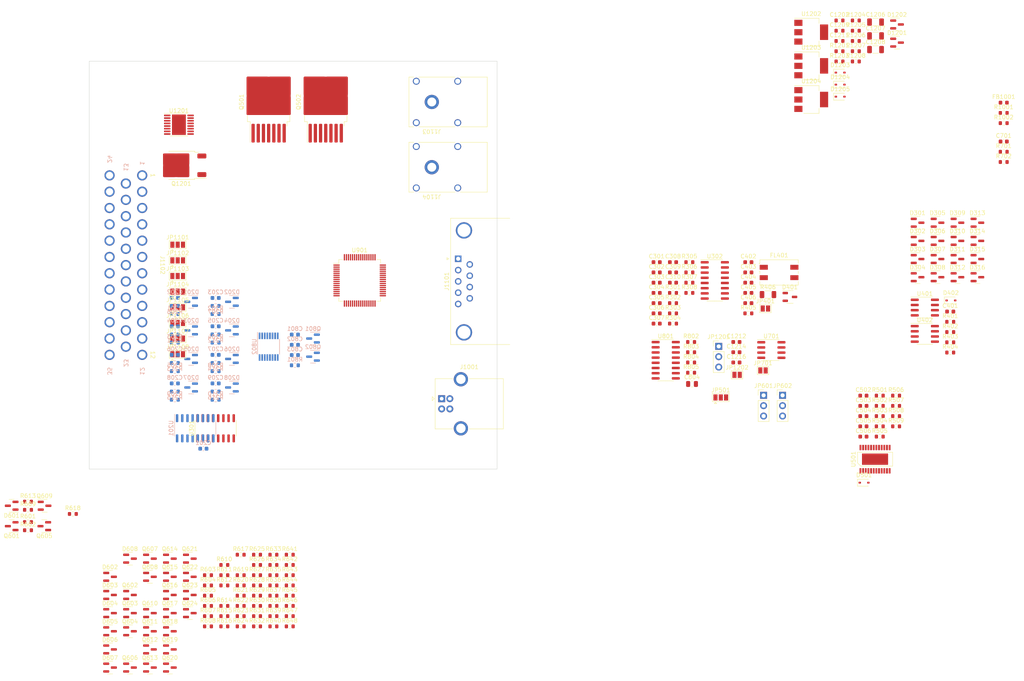
<source format=kicad_pcb>
(kicad_pcb (version 20221018) (generator pcbnew)
  (layers (0 "F.Cu" signal) (1 "In1.Cu" signal) (2 "In2.Cu" signal) (31 "B.Cu" signal) (34 "B.Paste" user) (35 "F.Paste" user) (36 "B.SilkS" user "B.Silkscreen") (37 "F.SilkS" user "F.Silkscreen") (38 "B.Mask" user) (39 "F.Mask" user) (44 "Edge.Cuts" user))
  (net 0 "")
  (net 1 "+5VA")
  (net 2 "GND")
  (net 3 "/ADC/A_In_filt_00")
  (net 4 "/ADC/A_In_filt_01")
  (net 5 "/ADC/A_In_filt_02")
  (net 6 "/ADC/A_In_filt_03")
  (net 7 "/ADC/A_In_filt_04")
  (net 8 "/ADC/A_In_filt_05")
  (net 9 "/ADC/A_In_filt_06")
  (net 10 "/ADC/A_In_filt_07")
  (net 11 "Net-(C401-Pad1)")
  (net 12 "D_Out_0")
  (net 13 "Net-(Q501-SR)")
  (net 14 "D_Out_1")
  (net 15 "Net-(Q502-SR)")
  (net 16 "D_Out_2")
  (net 17 "+3V3")
  (net 18 "/Power Supply/6V_Buck")
  (net 19 "Net-(U1201-FB)")
  (net 20 "VIN")
  (net 21 "Net-(U1201-BIAS)")
  (net 22 "/Digital Inputs/D_In_0_pullup")
  (net 23 "D_Out_3")
  (net 24 "/Digital Inputs/D_In_1_pullup")
  (net 25 "D_Out_4")
  (net 26 "/Digital Inputs/D_In_2_pullup")
  (net 27 "D_Out_5")
  (net 28 "/Digital Inputs/D_In_0_filt")
  (net 29 "/Digital Inputs/D_In_1_filt")
  (net 30 "/Digital Inputs/D_In_2_filt")
  (net 31 "/Digital Inputs/D_In_3_pullup")
  (net 32 "D_Out_6")
  (net 33 "/Digital Inputs/D_In_4_pullup")
  (net 34 "D_Out_7")
  (net 35 "/Digital Inputs/D_In_5_pullup")
  (net 36 "CAN_L")
  (net 37 "/Digital Inputs/D_In_3_filt")
  (net 38 "/Digital Inputs/D_In_4_filt")
  (net 39 "/Digital Inputs/D_In_5_filt")
  (net 40 "/Digital Inputs/D_In_6_pullup")
  (net 41 "LIN")
  (net 42 "/Digital Inputs/D_In_7_pullup")
  (net 43 "CAN_H")
  (net 44 "/Digital Inputs/D_In_6_filt")
  (net 45 "/Digital Inputs/D_In_7_filt")
  (net 46 "Net-(D402-K)")
  (net 47 "Vdrive")
  (net 50 "Net-(D601-Pad1)")
  (net 51 "Net-(D601-Pad2)")
  (net 52 "Half0_OUT")
  (net 53 "Net-(D602-Pad1)")
  (net 54 "Net-(D602-Pad2)")
  (net 55 "Half1_OUT")
  (net 56 "Net-(D603-Pad1)")
  (net 57 "Net-(D603-Pad2)")
  (net 58 "1A_Out0")
  (net 59 "Net-(D604-Pad1)")
  (net 60 "Net-(D604-Pad2)")
  (net 61 "1A_Out1")
  (net 62 "Net-(D605-Pad1)")
  (net 63 "Net-(D605-Pad2)")
  (net 64 "1A_Out2")
  (net 65 "Net-(D606-Pad1)")
  (net 66 "Net-(D606-Pad2)")
  (net 67 "1A_Out3")
  (net 68 "Net-(D607-Pad1)")
  (net 69 "Net-(D607-Pad2)")
  (net 70 "/Digital Outputs/D_Out_3V3_0")
  (net 71 "Net-(D608-Pad1)")
  (net 72 "Net-(D608-Pad2)")
  (net 73 "/Digital Outputs/D_Out_3V3_1")
  (net 74 "+3.3V")
  (net 75 "/Digital Outputs/D_Out_3V3_2")
  (net 76 "+5V")
  (net 77 "Net-(D1203-A)")
  (net 78 "Net-(D1204-K)")
  (net 79 "Net-(D1204-A)")
  (net 80 "Net-(D1205-A)")
  (net 81 "Net-(D1201-A)")
  (net 83 "/Power Supply/VBUS")
  (net 84 "Net-(J1001-VBUS)")
  (net 85 "/Digital Outputs/D_Out_3V3_3")
  (net 88 "/Digital Outputs/D_Out_3V3_4")
  (net 89 "/Digital Outputs/D_Out_3V3_5")
  (net 90 "+BATT")
  (net 91 "/Digital Outputs/D_Out_3V3_6")
  (net 92 "/Digital Outputs/D_Out_3V3_7")
  (net 93 "/Connectors/D_IO_0")
  (net 94 "/Connectors/D_IO_4")
  (net 95 "/Connectors/D_IO_5")
  (net 96 "/ADC/IN_SRCLK")
  (net 97 "/ADC/IN_RCLK")
  (net 98 "/ADC/IN_SRD")
  (net 99 "/Digital Inputs/D_In_3V3_7")
  (net 100 "/Digital Inputs/D_In_3V3_4")
  (net 101 "/Connectors/D_IO_1")
  (net 102 "/Connectors/D_IO_6")
  (net 103 "/Digital Inputs/D_In_3V3_5")
  (net 104 "/Digital Inputs/D_In_3V3_6")
  (net 105 "/Digital Inputs/D_In_3V3_3")
  (net 106 "/Digital Inputs/D_In_3V3_0")
  (net 107 "/Digital Inputs/D_In_3V3_1")
  (net 108 "/Connectors/D_IO_2")
  (net 109 "/Connectors/D_IO_3")
  (net 110 "/Connectors/D_IO_7")
  (net 111 "/Digital Inputs/D_In_3V3_2")
  (net 113 "/ADC/AIn_SRCLK")
  (net 114 "/Connectors/D_In_0")
  (net 115 "/ADC/AIn_RCLK")
  (net 116 "/Connectors/D_In_1")
  (net 117 "/ADC/AIn_SRD")
  (net 118 "/Connectors/D_In_2")
  (net 119 "Net-(RN301-R2.1)")
  (net 120 "/Connectors/D_In_3")
  (net 121 "Net-(RN301-R3.1)")
  (net 122 "/Connectors/D_In_4")
  (net 123 "Net-(RN301-R4.1)")
  (net 124 "/Connectors/D_In_5")
  (net 125 "Net-(RN301-R5.1)")
  (net 126 "/Connectors/D_In_6")
  (net 127 "Net-(RN301-R6.1)")
  (net 128 "/Connectors/D_In_7")
  (net 129 "Net-(Q501-IN)")
  (net 130 "Net-(Q501-INH)")
  (net 131 "Net-(RN301-R7.1)")
  (net 132 "Net-(Q502-IN)")
  (net 133 "Net-(Q502-INH)")
  (net 134 "Net-(RN301-R8.1)")
  (net 135 "Net-(Q601-B)")
  (net 136 "Net-(Q601-E)")
  (net 137 "/Digital Outputs/DOut_Supply0")
  (net 138 "Net-(Q602-B)")
  (net 139 "Net-(Q602-E)")
  (net 140 "Net-(Q603-B)")
  (net 141 "Net-(Q603-E)")
  (net 142 "Net-(Q604-B)")
  (net 143 "Net-(Q604-E)")
  (net 144 "Net-(Q605-B)")
  (net 145 "Net-(Q605-C)")
  (net 146 "Net-(Q606-B)")
  (net 147 "Net-(Q606-C)")
  (net 148 "Net-(Q607-B)")
  (net 149 "Net-(Q607-C)")
  (net 150 "Net-(Q608-B)")
  (net 151 "Net-(Q608-C)")
  (net 152 "Net-(Q609-B)")
  (net 153 "Net-(Q609-E)")
  (net 154 "Net-(Q610-B)")
  (net 155 "Net-(Q610-E)")
  (net 156 "Net-(Q611-B)")
  (net 157 "Net-(Q611-E)")
  (net 158 "Net-(Q612-B)")
  (net 159 "Net-(Q612-E)")
  (net 160 "Net-(Q613-B)")
  (net 161 "Net-(Q613-E)")
  (net 162 "/Digital Outputs/DOut_Supply1")
  (net 163 "Net-(Q614-B)")
  (net 164 "Net-(Q614-E)")
  (net 165 "Net-(Q615-B)")
  (net 166 "Net-(Q615-E)")
  (net 167 "Net-(Q616-B)")
  (net 168 "Net-(Q616-E)")
  (net 169 "Net-(Q617-B)")
  (net 170 "Net-(Q617-C)")
  (net 171 "Net-(Q618-B)")
  (net 172 "Net-(Q618-C)")
  (net 173 "Net-(Q619-B)")
  (net 174 "Net-(Q619-C)")
  (net 175 "Net-(Q620-B)")
  (net 176 "Net-(Q620-C)")
  (net 177 "Net-(Q621-B)")
  (net 178 "Net-(Q621-E)")
  (net 179 "Net-(Q622-B)")
  (net 180 "Net-(Q622-E)")
  (net 181 "Net-(Q623-B)")
  (net 182 "Net-(Q623-E)")
  (net 183 "Net-(Q624-B)")
  (net 184 "Net-(Q624-E)")
  (net 185 "/ADC/ADC_SCL")
  (net 186 "/ADC/ADC_SCL_5V")
  (net 187 "/ADC/ADC_SDA")
  (net 188 "/ADC/ADC_SDA_5V")
  (net 189 "Net-(U201-QA)")
  (net 190 "/Analog Inputs/A_In_00")
  (net 191 "Net-(U201-QB)")
  (net 192 "/Analog Inputs/A_In_01")
  (net 193 "Net-(U201-QC)")
  (net 194 "/Analog Inputs/A_In_02")
  (net 195 "Net-(U201-QD)")
  (net 196 "/Analog Inputs/A_In_03")
  (net 197 "Net-(U201-QE)")
  (net 198 "/Analog Inputs/A_In_04")
  (net 199 "Net-(U201-QF)")
  (net 200 "/Analog Inputs/A_In_05")
  (net 201 "Net-(U201-QG)")
  (net 202 "/Analog Inputs/A_In_06")
  (net 203 "Net-(U201-QH)")
  (net 204 "/Analog Inputs/A_In_07")
  (net 205 "Net-(U401-CANH)")
  (net 206 "/ADC/IN_SRD_AIn")
  (net 207 "Net-(RN301-R1.1)")
  (net 208 "Net-(U401-CANL)")
  (net 209 "/EEPROM/EEPROM_SDA")
  (net 210 "/EEPROM/EEPROM_SCL")
  (net 211 "Net-(U802-REF)")
  (net 212 "Net-(J1001-D+)")
  (net 213 "Net-(J1001-D-)")
  (net 216 "Net-(JP501-C)")
  (net 221 "/Microcontroller/CAN_STBY")
  (net 222 "/Microcontroller/LIN_EN")
  (net 226 "/Microcontroller/1A_IS")
  (net 227 "/Microcontroller/Half0_IS")
  (net 228 "/Microcontroller/Half1_IS")
  (net 229 "/Microcontroller/VS_5VA")
  (net 230 "/Microcontroller/VS_drive")
  (net 231 "/Microcontroller/EEPROM_SCL")
  (net 232 "/Microcontroller/1A_IN0")
  (net 233 "/Microcontroller/1A_IN1")
  (net 234 "/Microcontroller/1A_IN2")
  (net 235 "/Microcontroller/1A_IN3")
  (net 236 "/Microcontroller/Half0_PWM")
  (net 237 "/Microcontroller/Half1_PWM")
  (net 238 "/Microcontroller/Half_INH")
  (net 239 "/Microcontroller/1A_DSEL1")
  (net 240 "/Microcontroller/1A_DSEL0")
  (net 241 "/Microcontroller/LIN_TX")
  (net 242 "/Microcontroller/LIN_RX")
  (net 243 "/Microcontroller/USB_DM")
  (net 244 "/Microcontroller/USB_DP")
  (net 248 "/Microcontroller/CAN_RX")
  (net 249 "/Microcontroller/CAN_TX")
  (net 250 "Net-(C1201-Pad2)")
  (net 251 "Net-(U1201-CBOOT)")
  (net 252 "Net-(U1201-VCC)")
  (net 255 "/Power Supply/+5VA_reg")
  (net 256 "/Power Supply/+5V_reg")
  (net 257 "/Power Supply/+3V3_reg")
  (net 258 "/Connectors/VIN")
  (net 259 "/EEPROM/EEPROM_WP")
  (footprint "Resistor_SMD:R_0603_1608Metric" (layer "F.Cu") (at 73.135 166.02)
    (fp_text reference "R611")
    (fp_text value "1k")
  )
  (footprint "Package_TO_SOT_SMD:SOT-23" (layer "F.Cu") (at 45.115 179.77)
    (fp_text reference "D605")
    (fp_text value "BAT54S")
  )
  (footprint "Package_TO_SOT_SMD:SOT-23" (layer "F.Cu") (at 50.005 175.32)
    (fp_text reference "Q603")
    (fp_text value "BC817")
  )
  (footprint "Jumper:SolderJumper-2_P1.3mm_Open_Pad1.0x1.5mm" (layer "F.Cu") (at 205.2 115.82)
    (fp_text reference "JP701")
    (fp_text value "SolderJumper_2_Open")
  )
  (footprint "Resistor_SMD:R_0603_1608Metric" (layer "F.Cu") (at 89.175 173.55)
    (fp_text reference "R646")
    (fp_text value "1k")
  )
  (footprint "Package_TO_SOT_SMD:SOT-23" (layer "F.Cu") (at 252.875 88.51)
    (fp_text reference "D311")
    (fp_text value "BAT54S")
  )
  (footprint "Jumper:SolderJumper-2_P1.3mm_Open_Pad1.0x1.5mm" (layer "F.Cu") (at 198.85 116.9)
    (fp_text reference "JP1202")
    (fp_text value "5VA_Diode")
  )
  (footprint "Package_TO_SOT_SMD:SOT-23" (layer "F.Cu") (at 21 154 180)
    (fp_text reference "Q601")
    (fp_text value "BC817")
  )
  (footprint "Resistor_SMD:R_0603_1608Metric" (layer "F.Cu") (at 77.145 161)
    (fp_text reference "R617")
    (fp_text value "1k")
  )
  (footprint "Resistor_SMD:R_0603_1608Metric" (layer "F.Cu") (at 89.175 163.51)
    (fp_text reference "R642")
    (fp_text value "1k")
  )
  (footprint "Resistor_SMD:R_0603_1608Metric" (layer "F.Cu") (at 69.125 178.57)
    (fp_text reference "R608")
    (fp_text value "1k")
  )
  (footprint "Diode_SMD:D_SOD-323" (layer "F.Cu") (at 224.1175 42.8)
    (fp_text reference "D1203")
    (fp_text value "BAT60A")
  )
  (footprint "Package_TO_SOT_SMD:SOT-23" (layer "F.Cu") (at 45.115 175.32)
    (fp_text reference "D604")
    (fp_text value "BAT54S")
  )
  (footprint "Connector_PinHeader_2.54mm:PinHeader_1x03_P2.54mm_Vertical" (layer "F.Cu") (at 205.35 121.92)
    (fp_text reference "JP601")
    (fp_text value "DOut_Supply0")
  )
  (footprint "Package_TO_SOT_SMD:SOT-23" (layer "F.Cu") (at 54.895 188.67)
    (fp_text reference "Q613")
    (fp_text value "BC817")
  )
  (footprint "Resistor_SMD:R_0603_1608Metric" (layer "F.Cu") (at 183.14 101.83)
    (fp_text reference "R303")
    (fp_text value "100k")
  )
  (footprint "Package_TO_SOT_SMD:SOT-23" (layer "F.Cu") (at 59.785 166.42)
    (fp_text reference "Q615")
    (fp_text value "BC817")
  )
  (footprint "Resistor_SMD:R_0603_1608Metric" (layer "F.Cu") (at 227.9625 37.56)
    (fp_text reference "R1207")
    (fp_text value "10k")
  )
  (footprint "Resistor_SMD:R_0603_1608Metric" (layer "F.Cu") (at 89.175 171.04)
    (fp_text reference "R645")
    (fp_text value "1k")
  )
  (footprint "Package_TO_SOT_SMD:SOT-23" (layer "F.Cu") (at 54.895 161.97)
    (fp_text reference "Q607")
    (fp_text value "BC817")
  )
  (footprint "Resistor_SMD:R_0603_1608Metric" (layer "F.Cu") (at 81.155 163.51)
    (fp_text reference "R626")
    (fp_text value "1k")
  )
  (footprint "Package_TO_SOT_SMD:TO-263-7_TabPin8" (layer "F.Cu") (at 84 50 90)
    (fp_text reference "Q501")
    (fp_text value "BTN8962TA")
  )
  (footprint "Resistor_SMD:R_0603_1608Metric" (layer "F.Cu") (at 81.155 166.02)
    (fp_text reference "R627")
    (fp_text value "10k")
  )
  (footprint "Resistor_SMD:R_1206_3216Metric" (layer "F.Cu") (at 206.42 97.22)
    (fp_text reference "R406")
    (fp_text value "1k")
  )
  (footprint "Resistor_SMD:R_0603_1608Metric" (layer "F.Cu") (at 233.825 122)
    (fp_text reference "R501")
    (fp_text value "10k")
  )
  (footprint "Diode_SMD:D_SOD-323" (layer "F.Cu") (at 251.27 98.66)
    (fp_text reference "D402")
    (fp_text value "BAT60A")
  )
  (footprint "Jumper:SolderJumper-3_P1.3mm_Open_Pad1.0x1.5mm" (layer "F.Cu") (at 61.7 88.835)
    (fp_text reference "JP1102")
    (fp_text value "SolderJumper_3_Open")
  )
  (footprint "Package_TO_SOT_SMD:SOT-23" (layer "F.Cu") (at 64.675 175.32)
    (fp_text reference "Q624")
    (fp_text value "BC807")
  )
  (footprint "Package_TO_SOT_SMD:SOT-23" (layer "F.Cu") (at 59.785 161.97)
    (fp_text reference "Q614")
    (fp_text value "BC817")
  )
  (footprint "Resistor_SMD:R_0603_1608Metric" (layer "F.Cu") (at 77.145 168.53)
    (fp_text reference "R620")
    (fp_text value "1k")
  )
  (footprint "Resistor_SMD:R_0603_1608Metric" (layer "F.Cu") (at 264.215 62.21)
    (fp_text reference "R701")
    (fp_text value "10k")
  )
  (footprint "Package_TO_SOT_SMD:SOT-23" (layer "F.Cu") (at 238.0625 31)
    (fp_text reference "D1202")
    (fp_text value "BAT54S")
  )
  (footprint "Package_TO_SOT_SMD:SOT-23" (layer "F.Cu") (at 59.785 188.67)
    (fp_text reference "Q620")
    (fp_text value "BC817")
  )
  (footprint "Capacitor_SMD:C_0603_1608Metric" (layer "F.Cu") (at 179.13 89.28)
    (fp_text reference "C301")
    (fp_text value "100pF")
  )
  (footprint "Resistor_SMD:R_0603_1608Metric" (layer "F.Cu") (at 85.165 168.53)
    (fp_text reference "R636")
    (fp_text value "1k")
  )
  (footprint "Connector_PinHeader_2.54mm:PinHeader_1x03_P2.54mm_Vertical" (layer "F.Cu") (at 194.35 109.92)
    (fp_text reference "JP1201")
    (fp_text value "USB_5VA")
  )
  (footprint "Resistor_SMD:R_0603_1608Metric" (layer "F.Cu") (at 227.9625 35.05)
    (fp_text reference "R1206")
    (fp_text value "1k")
  )
  (footprint "Resistor_SMD:R_0603_1608Metric" (layer "F.Cu") (at 73.135 168.53)
    (fp_text reference "R612")
    (fp_text value "1k")
  )
  (footprint "Resistor_SMD:R_0603_1608Metric" (layer "F.Cu") (at 73.135 173.55)
    (fp_text reference "R614")
    (fp_text value "1k")
  )
  (footprint "Resistor_SMD:R_0603_1608Metric" (layer "F.Cu") (at 81.155 173.55)
    (fp_text reference "R630")
    (fp_text value "1k")
  )
  (footprint "Resistor_SMD:R_0603_1608Metric" (layer "F.Cu") (at 85.165 178.57)
    (fp_text reference "R640")
    (fp_text value "1k")
  )
  (footprint "Package_TO_SOT_SMD:SOT-23" (layer "F.Cu") (at 257.765 88.51)
    (fp_text reference "D315")
    (fp_text value "BAT54S")
  )
  (footprint "Resistor_SMD:R_0603_1608Metric" (layer "F.Cu") (at 237.835 124.51)
    (fp_text reference "R507")
    (fp_text value "1k")
  )
  (footprint "Package_QFP:LQFP-64_10x10mm_P0.5mm" (layer "F.Cu") (at 106.325 93.75)
    (fp_text reference "U901")
    (fp_text value "STM32F103RBTx")
  )
  (footprint "Resistor_SMD:R_0603_1608Metric" (layer "F.Cu") (at 183.14 99.32)
    (fp_text reference "R302")
    (fp_text value "100k")
  )
  (footprint "Package_TO_SOT_SMD:SOT-23" (layer "F.Cu") (at 45.115 170.87)
    (fp_text reference "D603")
    (fp_text value "BAT54S")
  )
  (footprint "Resistor_SMD:R_0603_1608Metric" (layer "F.Cu") (at 227.9625 40.07)
    (fp_text reference "R1208")
    (fp_text value "10k")
  )
  (footprint "Capacitor_SMD:C_0603_1608Metric" (layer "F.Cu") (at 179.13 96.81)
    (fp_text reference "C304")
    (fp_text value "100pF")
  )
  (footprint "Capacitor_SMD:C_0603_1608Metric" (layer "F.Cu") (at 201.61 89.28)
    (fp_text reference "C402")
    (fp_text value "100nF")
  )
  (footprint "Package_TO_SOT_SMD:SOT-23" (layer "F.Cu") (at 243.095 92.96)
    (fp_text reference "D304")
    (fp_text value "BAT54S")
  )
  (footprint "Diode_SMD:D_SOD-323" (layer "F.Cu") (at 224.1175 48.7)
    (fp_text reference "D1205")
    (fp_text value "BAT60A")
  )
  (footprint "Resistor_SMD:R_0603_1608Metric" (layer "F.Cu") (at 183.14 104.34)
    (fp_text reference "R304")
    (fp_text value "100k")
  )
  (footprint "Resistor_SMD:R_0603_1608Metric" (layer "F.Cu") (at 187.15 96.81)
    (fp_text reference "R308")
    (fp_text value "100k")
  )
  (footprint "Package_TO_SOT_SMD:SOT-23-3" (layer "F.Cu") (at 211.8 97.8)
    (fp_text reference "D401")
    (fp_text value "D_TVS_Dual_AAC")
  )
  (footprint "Resistor_SMD:R_0603_1608Metric" (layer "F.Cu") (at 89.175 166.02)
    (fp_text reference "R643")
    (fp_text value "1k")
  )
  (footprint "Capacitor_SMD:C_0603_1608Metric" (layer "F.Cu") (at 264.215 59.7)
    (fp_text reference "C701")
    (fp_text value "100nF")
  )
  (footprint "Resistor_SMD:R_0603_1608Metric" (layer "F.Cu") (at 85.165 161)
    (fp_text reference "R633")
    (fp_text value "1k")
  )
  (footprint "Package_TO_SOT_SMD:SOT-23" (layer "F.Cu") (at 64.675 170.87)
    (fp_text reference "Q623")
    (fp_text value "BC807")
  )
  (footprint "Jumper:SolderJumper-2_P1.3mm_Open_Pad1.0x1.5mm" (layer "F.Cu") (at 205.79 100.64)
    (fp_text reference "JP401")
    (fp_text value "SolderJumper_2_Open")
  )
  (footprint "Diode_SMD:D_SOD-323" (layer "F.Cu") (at 229.98 143.34)
    (fp_text reference "D501")
    (fp_text value "BAT60A")
  )
  (footprint "Resistor_SMD:R_0603_1608Metric" (layer "F.Cu") (at 233.825 129.53)
    (fp_text reference "R504")
    (fp_text value "t.b.d.")
  )
  (footprint "Package_TO_SOT_SMD:SOT-23" (layer "F.Cu") (at 252.875 92.96)
    (fp_text reference "D312")
    (fp_text value "BAT54S")
  )
  (footprint "Package_TO_SOT_SMD:SOT-23" (layer "F.Cu") (at 243.095 79.61)
    (fp_text reference "D301")
    (fp_text value "BAT54S")
  )
  (footprint "Package_SO:SOIC-16_3.9x9.9mm_P1.27mm" (layer "F.Cu") (at 71 130 90)
    (fp_text reference "U301")
    (fp_text value "74HC595")
  )
  (footprint "Capacitor_SMD:C_0603_1608Metric" (layer "F.Cu") (at 229.815 129.53)
    (fp_text reference "C505")
    (fp_text value "100nF")
  )
  (footprint "Resistor_SMD:R_0603_1608Metric" (layer "F.Cu") (at 77.145 171.04)
    (fp_text reference "R621")
    (fp_text value "1k")
  )
  (footprint "Package_TO_SOT_SMD:SOT-23" (layer "F.Cu") (at 59.785 184.22)
    (fp_text reference "Q619")
    (fp_text value "BC817")
  )
  (footprint "Resistor_SMD:R_0603_1608Metric" (layer "F.Cu") (at 77.145 173.55)
    (fp_text reference "R622")
    (fp_text value "1k")
  )
  (footprint "Package_SO:SOIC-16_3.9x9.9mm_P1.27mm" (layer "F.Cu") (at 181.35 113.32)
    (fp_text reference "U801")
    (fp_text value "74LS125")
  )
  (footprint "Resistor_SMD:R_0603_1608Metric" (layer "F.Cu") (at 251.105 103.9)
    (fp_text reference "R401")
    (fp_text value "0")
  )
  (footprint "Package_TO_SOT_SMD:SOT-23" (layer "F.Cu") (at 238.0625 35.45)
    (fp_text reference "D1201")
    (fp_text value "BZX84C15")
  )
  (footprint "Inductor_SMD:L_CommonMode_Wuerth_WE-SL2" (layer "F.Cu") (at 209.14 91.8)
    (fp_text reference "FL401")
    (fp_text value "Filter_EMI_LL_1423")
  )
  (footprint "Package_TO_SOT_SMD:SOT-23" (layer "F.Cu") (at 45.115 184.22)
    (fp_text reference "D606")
    (fp_text value "BAT54S")
  )
  (footprint "Capacitor_SMD:C_0603_1608Metric" (layer "F.Cu") (at 179.13 99.32)
    (fp_text reference "C305")
    (fp_text value "100pF")
  )
  (footprint "Resistor_SMD:R_0603_1608Metric" (layer "F.Cu") (at 187.58 108.85)
    (fp_text reference "R802")
    (fp_text value "1k")
  )
  (footprint "Resistor_SMD:R_0603_1608Metric" (layer "F.Cu") (at 77.145 178.57)
    (fp_text reference "R624")
    (fp_text value "1k")
  )
  (footprint "Resistor_SMD:R_0603_1608Metric" (layer "F.Cu") (at 233.825 132.04)
    (fp_text reference "R505")
    (fp_text value "10k")
  )
  (footprint "Capacitor_SMD:C_0603_1608Metric" (layer "F.Cu") (at 201.61 91.79)
    (fp_text reference "C403")
    (fp_text value "1n")
  )
  (footprint "Resistor_SMD:R_0603_1608Metric" (layer "F.Cu") (at 187.15 89.28)
    (fp_text reference "R305")
    (fp_text value "100k")
  )
  (footprint "Package_TO_SOT_SMD:SOT-23" (layer "F.Cu") (at 50.005 179.77)
    (fp_text reference "Q604")
    (fp_text value "BC817")
  )
  (footprint "Jumper:SolderJumper-3_P1.3mm_Open_Pad1.0x1.5mm" (layer "F.Cu") (at 61.7 108.01)
    (fp_text reference "JP1107")
    (fp_text value "SolderJumper_3_Open")
  )
  (footprint "Jumper:SolderJumper-3_P1.3mm_Open_Pad1.0x1.5mm" (layer "F.Cu") (at 61.7 104.175)
    (fp_text reference "JP1106")
    (fp_text value "SolderJumper_3_Open")
  )
  (footprint "Package_TO_SOT_SMD:SOT-23" (layer "F.Cu") (at 257.765 92.96)
    (fp_text reference "D316")
    (fp_text value "BAT54S")
  )
  (footprint "Resistor_SMD:R_0603_1608Metric" (layer "F.Cu") (at 73.135 178.57)
    (fp_text reference "R616")
    (fp_text value "1k")
  )
  (footprint "Resistor_SMD:R_0603_1608Metric" (layer "F.Cu") (at 251.105 108.92)
    (fp_text reference "R403")
    (fp_text value "60")
  )
  (footprint "Package_TO_SOT_SMD:SOT-23" (layer "F.Cu") (at 50.005 161.97)
    (fp_text reference "D608")
    (fp_text value "BAT54S")
  )
  (footprint "Resistor_SMD:R_0603_1608Metric" (layer "F.Cu") (at 69.125 166.02)
    (fp_text reference "R603")
    (fp_text value "10k")
  )
  (footprint "Package_TO_SOT_SMD:SOT-23" (layer "F.Cu") (at 257.765 84.06)
    (fp_text reference "D314")
    (fp_text value "BAT54S")
  )
  (footprint "Resistor_SMD:R_0603_1608Metric" (layer "F.Cu") (at 77.145 166.02)
    (fp_text reference "R619")
    (fp_text value "1k")
  )
  (footprint "Package_TO_SOT_SMD:SOT-23" (layer "F.Cu") (at 59.785 179.77)
    (fp_text reference "Q618")
    (fp_text value "BC817")
  )
  (footprint "Package_TO_SOT_SMD:SOT-23" (layer "F.Cu") (at 257.765 79.61)
    (fp_text reference "D313")
    (fp_text value "BAT54S")
  )
  (footprint "Capacitor_SMD:C_0603_1608Metric" (layer "F.Cu") (at 201.61 96.81)
    (fp_text reference "C405")
    (fp_text value "1uF")
  )
  (footprint "Resistor_SMD:R_0603_1608Metric" (layer "F.Cu") (at 183.14 96.81)
    (fp_text reference "R301")
    (fp_text value "100k")
  )
  (footprint "Resistor_SMD:R_0603_1608Metric" (layer "F.Cu") (at 223.9525 40.07)
    (fp_text reference "R1203")
    (fp_text value "16.5k")
  )
  (footprint "Resistor_SMD:R_0603_1608Metric" (layer "F.Cu") (at 81.155 171.04)
    (fp_text reference "R629")
    (fp_text value "10k")
  )
  (footprint "Resistor_SMD:R_0603_1608Metric" (layer "F.Cu") (at 36 151)
    (fp_text reference "R618")
    (fp_text value "1k")
  )
  (footprint "Resistor_SMD:R_0603_1608Metric" (layer "F.Cu") (at 223.9525 32.54)
    (fp_text reference "C1209")
    (fp_text value "100nF")
  )
  (footprint "Resistor_SMD:R_0603_1608Metric" (layer "F.Cu") (at 201.61 101.83)
    (fp_text reference "R405")
    (fp_text value "2.4k")
  )
  (footprint "Resistor_SMD:R_0603_1608Metric" (layer "F.Cu") (at 233.825 124.51)
    (fp_text reference "R502")
    (fp_text value "10k")
  )
  (footprint "Resistor_SMD:R_0603_1608Metric" (layer "F.Cu") (at 81.155 168.53)
    (fp_text reference "R628")
    (fp_text value "1k")
  )
  (footprint "Package_TO_SOT_SMD:SOT-23" (layer "F.Cu") (at 243.095 84.06)
    (fp_text reference "D302")
    (fp_text value "BAT54S")
  )
  (footprint "Package_TO_SOT_SMD:SOT-23" (layer "F.Cu") (at 45.115 188.67)
    (fp_text reference "D607")
    (fp_text value "BAT54S")
  )
  (footprint "Capacitor_SMD:C_1206_3216Metric" (layer "F.Cu") (at 232.7925 33.8)
    (fp_text reference "C1207")
    (fp_text value "10µF")
  )
  (footprint "Capacitor_SMD:C_0603_1608Metric" (layer "F.Cu") (at 229.815 127.02)
    (fp_text reference "C504")
    (fp_text value "100nF")
  )
  (footprint "Resistor_SMD:R_0603_1608Metric" (layer "F.Cu") (at 69.125 171.04)
    (fp_text reference "R605")
    (fp_text value "10k")
  )
  (footprint "Resistor_SMD:R_0603_1608Metric" (layer "F.Cu") (at 25 150)
    (fp_text reference "R609")
    (fp_text value "1k")
  )
  (footprint "Resistor_SMD:R_0603_1608Metric" (layer "F.Cu") (at 233.825 127.02)
    (fp_text reference "R503")
    (fp_text value "1k")
  )
  (footprint "Resistor_SMD:R_0603_1608Metric" (layer "F.Cu") (at 89.175 178.57)
    (fp_text reference "R648")
    (fp_text value "1k")
  )
  (footprint "Connector_USB:USB_B_OST_USB-B1HSxx_Horizontal" (layer "F.Cu") (at 126.4225 122.75)
    (fp_text reference "J1001")
    (fp_text value "USB_B")
  )
  (footprint "Capacitor_SMD:C_0603_1608Metric" (layer "F.Cu") (at 183.14 94.3)
    (fp_text reference "C310")
    (fp_text value "100pF")
  )
  (footprint "Resistor_SMD:R_0603_1608Metric" (layer "F.Cu") (at 264.215 64.72)
    (fp_text reference "R702")
    (fp_text value "10k")
  )
  (footprint "Jumper:SolderJumper-3_P1.3mm_Open_Pad1.0x1.5mm" (layer "F.Cu") (at 61.7 100.34)
    (fp_text reference "JP1105")
    (fp_text value "SolderJumper_3_Open")
  )
  (footprint "Resistor_SMD:R_0603_1608Metric" (layer "F.Cu") (at 89.175 176.06)
    (fp_text reference "R647")
    (fp_text value "1k")
  )
  (footprint "Package_TO_SOT_SMD:SOT-23" (layer "F.Cu") (at 50.005 188.67)
    (fp_text reference "Q606")
    (fp_text value "BC817")
  )
  (footprint "Capacitor_SMD:C_0805_2012Metric" (layer "F.Cu") (at 187.8 119.14)
    (fp_text reference "C804")
    (fp_text value "4.7uF")
  )
  (footprint "Resistor_SMD:R_0603_1608Metric" (layer "F.Cu") (at 223.9525 30.03)
    (fp_text reference "C1202")
    (fp_text value "100pF")
  )
  (footprint "Resistor_SMD:R_0603_1608Metric" (layer "F.Cu") (at 25 155)
    (fp_text reference "R602")
    (fp_text value "1k")
  )
  (footprint "Resistor_SMD:R_0603_1608Metric" (layer "F.Cu") (at 237.835 129.53)
    (fp_text reference "R509")
    (fp_text value "1k")
  )
  (footprint "Capacitor_SMD:C_0603_1608Metric" (layer "F.Cu") (at 229.815 122)
    (fp_text reference "C502")
    (fp_text value "100nF")
  )
  (footprint "Resistor_SMD:R_0603_1608Metric" (layer "F.Cu") (at 85.165 163.51)
    (fp_text reference "R634")
    (fp_text value "1k")
  )
  (footprint "Jumper:SolderJumper-3_P1.3mm_Open_Pad1.0x1.5mm" (layer "F.Cu") (at 61.7 96.505)
    (fp_text reference "JP1104")
    (fp_text value "SolderJumper_3_Open")
  )
  (footprint "Package_TO_SOT_SMD:SOT-23" (layer "F.Cu") (at 247.985 88.51)
    (fp_text reference "D307")
    (fp_text value "BAT54S")
  )
  (footprint "Connector:Banana_Cliff_FCR7350x_S16N-PC_Horizontal" (layer "F.Cu") (at 124 66 180)
    (fp_text reference "J1104")
    (fp_text value "Banana_Jack")
  )
  (footprint "Resistor_SMD:R_0603_1608Metric" (layer "F.Cu") (at 73.135 176.06)
    (fp_text reference "R615")
    (fp_text value "1k")
  )
  (footprint "Package_TO_SOT_SMD:SOT-23" (layer "F.Cu") (at 54.895 175.32)
    (fp_text reference "Q610")
    (fp_text value "BC807")
  )
  (footprint "Connector_Dsub:DSUB-9_Female_Horizontal_P2.77x2.84mm_EdgePinOffset9.90mm_Housed_MountingHolesOffset11.32mm" (layer "F.Cu") (at 130.469669 88.45 90)
    (fp_text reference "J1101")
    (fp_text value "VN_1611_Interface")
  )
  (footprint "Capacitor_SMD:C_0603_1608Metric" (layer "F.Cu") (at 183.14 89.28)
    (fp_text reference "C308")
    (fp_text value "100nF")
  )
  (footprint "Connector:Banana_Cliff_FCR7350x_S16N-PC_Horizontal" (layer "F.Cu") (at 124 50 180)
    (fp_text reference "J1103")
    (fp_text value "Banana_Jack")
  )
  (footprint "Package_TO_SOT_SMD:SOT-23" (layer "F.Cu") (at 54.895 179.77)
    (fp_text reference "Q611")
    (fp_text value "BC807")
  )
  (footprint "Inductor_SMD:L_0603_1608Metric" (layer "F.Cu") (at 264.215 50.17)
    (fp_text reference "FB1001")
    (fp_text value "BLM18PG600")
  )
  (footprint "Capacitor_SMD:C_0603_1608Metric" (layer "F.Cu") (at 179.13 101.83)
    (fp_text reference "C306")
    (fp_text value "100pF")
  )
  (footprint "Connector_PinHeader_2.54mm:PinHeader_1x03_P2.54mm_Vertical" (layer "F.Cu") (at 210 121.92)
    (fp_text reference "JP602")
    (fp_text value "DOut_Supply1")
  )
  (footprint "Capacitor_SMD:C_0603_1608Metric" (layer "F.Cu") (at 183.14 91.79)
    (fp_text reference "C309")
    (fp_text value "100pF")
  )
  (footprint "Resistor_SMD:R_0603_1608Metric" (layer "F.Cu") (at 69.125 173.55)
    (fp_text reference "R606")
    (fp_text value "1k")
  )
  (footprint "Jumper:SolderJumper-3_P1.3mm_Open_Pad1.0x1.5mm" (layer "F.Cu") (at 61.7 85)
    (fp_text reference "JP1101")
    (fp_text value "SolderJumper_3_Open")
  )
  (footprint "Resistor_SMD:R_0603_1608Metric" (layer "F.Cu") (at 187.58 113.87)
    (fp_text reference "R804")
    (fp_text value "1k")
  )
  (footprint "Capacitor_SMD:C_0603_1608Metric" (layer "F.Cu") (at 251.105 101.39)
    (fp_text reference "C401")
    (fp_text value "4.7nF")
  )
  (footprint "Resistor_SMD:R_0603_1608Metric" (layer "F.Cu") (at 187.15 94.3)
    (fp_text reference "R307")
    (fp_text value "100k")
  )
  (footprint "Package_TO_SOT_SMD:SOT-23" (layer "F.Cu") (at 54.895 184.22)
    (fp_text reference "Q612")
    (fp_text value "BC807")
  )
  (footprint "Resistor_SMD:R_0603_1608Metric" (layer "F.Cu") (at 264.215 55.19)
    (fp_text reference "R1002")
    (fp_text value "33")
  )
  (footprint "Resistor_SMD:R_0603_1608Metric" (layer "F.Cu") (at 223.9525 37.56)
    (fp_text reference "R1201")
    (fp_text value "82.5k")
  )
  (footprint "Resistor_SMD:R_0603_1608Metric" (layer "F.Cu") (at 85.165 166.02)
    (fp_text reference "R635")
    (fp_text value "1k")
  )
  (footprint "Package_TO_SOT_SMD:SOT-23" (layer "F.Cu") (at 252.875 84.06)
    (fp_text reference "D310")
    (fp_text value "BAT54S")
  )
  (footprint "Package_TO_SOT_SMD:SOT-23" (layer "F.Cu") (at 59.785 175.32)
    (fp_text reference "Q617")
    (fp_text value "BC817")
  )
  (footprint "Resistor_SMD:R_0603_1608Metric" (layer "F.Cu") (at 264.215 52.68)
    (fp_text reference "R1001")
    (fp_text value "33")
  )
  (footprint "Package_TO_SOT_SMD:SOT-23" (layer "F.Cu") (at 64.675 166.42)
    (fp_text reference "Q622")
    (fp_text value "BC807")
  )
  (footprint "Resistor_SMD:R_0603_1608Metric" (layer "F.Cu") (at 237.835 127.02)
    (fp_text reference "R508")
    (fp_text value "t.b.d.")
  )
  (footprint "Resistor_SMD:R_0603_1608Metric" (layer "F.Cu") (at 223.9525 35.05)
    (fp_text reference "C1211")
    (fp_text value "100nF")
  )
  (footprint "Package_TO_SOT_SMD:SOT-23" (layer "F.Cu") (at 29 154 180)
    (fp_text reference "Q605")
    (fp_text value "BC817")
  )
  (footprint "Package_TO_SOT_SMD:SOT-23" (layer "F.Cu") (at 247.985 92.96)
    (fp_text reference "D308")
    (fp_text value "BAT54S")
  )
  (footprint "Package_TO_SOT_SMD:SOT-23" (layer "F.Cu") (at 45.115 166.42)
    (fp_text reference "D602")
    (fp_text value "BAT54S")
  )
  (footprint "Capacitor_SMD:C_0603_1608Metric" (layer "F.Cu") (at 229.815 124.51)
    (fp_text reference "C503")
    (fp_text value "100nF")
  )
  (footprint "Package_TO_SOT_SMD:SOT-223-3_TabPin2" (layer "F.Cu") (at 217.0225 49.4)
    (fp_text reference "U1204")
    (fp_text value "LD1117S33TR_SOT223")
  )
  (footprint "Capacitor_SMD:C_0603_1608Metric" (layer "F.Cu") (at 198.68 111.36)
    (fp_text reference "C1214")
    (fp_text value "100n")
  )
  (footprint "Resistor_SMD:R_0603_1608Metric" (layer "F.Cu") (at 227.9625 30.03)
    (fp_text reference "R1204")
    (fp_text value "2k")
  )
  (footprint "Package_TO_SOT_SMD:SOT-23" (layer "F.Cu") (at 54.895 166.42)
    (fp_text reference "Q608")
    (fp_text value "BC817")
  )
  (footprint "Resistor_SMD:R_0603_1608Metric" (layer "F.Cu") (at 25 153)
    (fp_text reference "R601")
    (fp_text value "10k")
  )
  (footprint "Package_TO_SOT_SMD:SOT-23" (layer "F.Cu") (at 50.005 170.87)
    (fp_text reference "Q602")
    (fp_text value "BC817")
  )
  (footprint "Capacitor_SMD:C_1206_3216Metric" (layer "F.Cu") (at 232.7925 30.42)
    (fp_text reference "C1206")
    (fp_text value "10µF")
  )
  (footprint "Resistor_SMD:R_0603_1608Metric" (layer "F.Cu") (at 227.9625 32.54)
    (fp_text reference "R1205")
    (fp_text value "10k")
  )
  (footprint "Package_TO_SOT_SMD:SOT-23" (layer "F.Cu") (at 29.0625 149)
    (fp_text reference "Q609")
    (fp_text value "BC807")
  )
  (footprint "Resistor_SMD:R_0603_1608Metric" (layer "F.Cu") (at 69.125 176.06)
    (fp_text reference "R607")
    (fp_text value "10k")
  )
  (footprint "Diode_SMD:D_SOD-323" (layer "F.Cu") (at 224.1175 45.75)
    (fp_text reference "D1204")
    (fp_text value "BAT60A")
  )
  (footprint "Package_TO_SOT_SMD:SOT-23" (layer "F.Cu") (at 247.985 84.06)
    (fp_text reference "D306")
    (fp_text value "BAT54S")
  )
  (footprint "Package_TO_SOT_SMD:SOT-23" (layer "F.Cu") (at 252.875 79.61)
    (fp_text reference "D309")
    (fp_text value "BAT54S")
  )
  (footprint "Resistor_SMD:R_0603_1608Metric" (layer "F.Cu") (at 81.155 161)
    (fp_text reference "R625")
    (fp_text value "10k")
  )
  (footprint "Resistor_SMD:R_0603_1608Metric" (layer "F.Cu") (at 81.155 176.06)
    (fp_text reference "R631")
    (fp_text value "10k")
  )
  (footprint "Resistor_SMD:R_0603_1608Metric" (layer "F.Cu") (at 187.15 91.79)
    (fp_text reference "R306")
    (fp_text value "100k")
  )
  (footprint "Jumper:SolderJumper-3_P1.3mm_Open_Pad1.0x1.5mm" (layer "F.Cu") (at 194.85 122.45)
    (fp_text reference "JP501")
    (fp_text value "SolderJumper_3_Open")
  )
  (footprint "FaSTTUBe_Power_Switches:Infineon_PG-TSDSO-24" (layer "F.Cu") (at 232.67 137.58)
    (fp_text reference "U501")
    (fp_text value "BTT6200-4ESA")
  )
  (footprint "Package_TO_SOT_SMD:TO-263-7_TabPin8" (layer "F.Cu") (at 98 50 90)
    (fp_text reference "Q502")
    (fp_text value "BTN8962TA")
  )
  (footprint "Jumper:SolderJumper-3_P1.3mm_Open_Pad1.0x1.5mm" (layer "F.Cu") (at 61.7 92.67)
    (fp_text reference "JP1103")
    (fp_text value "SolderJumper_3_Open")
  )
  (footprint "Capacitor_SMD:C_0603_1608Metric" (layer "F.Cu") (at 198.68 113.87)
    (fp_text reference "C1216")
    (fp_text value "100n")
  )
  (footprint "Resistor_SMD:R_0603_1608Metric" (layer "F.Cu") (at 89.175 168.53)
    (fp_text reference "R644")
    (fp_text value "1k")
  )
  (footprint "Resistor_SMD:R_0603_1608Metric" (layer "F.Cu") (at 25 148)
    (fp_text reference "R613")
    (fp_text value "1k")
  )
  (footprint "Package_TO_SOT_SMD:TO-252-2" (layer "F.Cu") (at 62.585 65.525 180)
    (fp_text reference "Q1201")
    (fp_text value "IPD50P04P413ATMA2")
  )
  (footprint "Package_SO:SOIC-8_3.9x4.9mm_P1.27mm" (layer "F.Cu") (at 244.875 100.41)
    (fp_text reference "U401")
    (fp_text value "TLE9351VSJ")
  )
  (footprint "Package_SO:SOIC-8_3.9x4.9mm_P1.27mm" (layer "F.Cu") (at 207.25 110.82)
    (fp_text reference "U701")
    (fp_text value "24LC32")
  )
  (footprint "Package_TO_SOT_SMD:SOT-23" (layer "F.Cu") (at 64.675 161.97)
    (fp_text reference "Q621")
    (fp_text value "BC807")
  )
  (footprint "Package_SO:SOIC-16_3.9x9.9mm_P1.27mm" (layer "F.Cu") (at 193.38 93.75)
    (fp_text reference "U302")
    (fp_text value "74HCT244")
  )
  (footprint "Resistor_SMD:R_0603_1608Metric" (layer "F.Cu") (at 187.58 116.38)
    (fp_text reference "R805")
    (fp_text value "1k")
  )
  (footprint "Capacitor_SMD:C_0603_1608Metric" (layer "F.Cu") (at 179.13 104.34)
    (fp_text reference "C307")
    (fp_text value "100nF")
  )
  (footprint "Resistor_SMD:R_0603_1608Metric" (layer "F.Cu") (at 89.175 161)
    (fp_text reference "R641")
    (fp_text value "1k")
  )
  (footprint "Resistor_SMD:R_0603_1608Metric" (layer "F.Cu") (at 251.105 111.43)
    (fp_text reference "R404")
    (fp_text value "0")
  )
  (footprint "Resistor_SMD:R_0603_1608Metric" (layer "F.Cu") (at 237.835 122)
    (fp_text reference "R506")
    (fp_text value "10k")
  )
  (footprint "Resistor_SMD:R_0603_1608Metric" (layer "F.Cu") (at 85.165 176.06)
    (fp_text reference "R639")
    (fp_text value "1k")
  )
  (footprint "Jumper:SolderJumper-3_P1.3mm_Open_Pad1.0x1.5mm" (layer "F.Cu") (at 61.7 111.845)
    (fp_text reference "JP1108")
    (fp_text value "SolderJumper_3_Open")
  )
  (footprint "Package_SO:SOIC-8_3.9x4.9mm_P1.27mm" (layer "F.Cu") (at 244.875 106.86)
    (fp_text reference "U402")
    (fp_text value "TLE7258SJ")
  )
  (footprint "Package_SO:HTSSOP-16-1EP_4.4x5mm_P0.65mm_EP3.4x5mm_Mask2.46x2.31mm" (layer "F.Cu") (at 62 55.58)
    (fp_text reference "U1201")
    (fp_text value "LM53603")
  )
  (footprint "Resistor_SMD:R_0603_1608Metric" (layer "F.Cu") (at 251.105 106.41)
    (fp_text reference "R402")
    (fp_text value "60")
  )
  (footprint "Capacitor_SMD:C_0603_1608Metric" (layer "F.Cu") (at 198.68 108.85)
    (fp_text reference "C1212")
    (fp_text value "100n")
  )
  (footprint "Capacitor_SMD:C_0603_1608Metric" (layer "F.Cu") (at 201.61 99.32)
    (fp_text reference "C406")
    (fp_text value "100nF")
  )
  (footprint "Capacitor_SMD:C_1206_3216Metric" (layer "F.Cu") (at 232.7925 37.15)
    (fp_text reference "C1208")
    (fp_text value "10µF")
  )
  (footprint "Resistor_SMD:R_0603_1608Metric" (layer "F.Cu") (at 187.58 111.36)
    (fp_text reference "R803")
    (fp_text value "1k")
  )
  (footprint "Resistor_SMD:R_0603_1608Metric" (layer "F.Cu") (at 85.165 173.55)
    (fp_text reference "R638")
    (fp_text value "1k")
  )
  (footprint "Package_TO_SOT_SMD:SOT-223-3_TabPin2" (layer "F.Cu") (at 217.0225 32.9)
    (fp_text reference "U1202")
    (fp_text value "LD1117S50TR_SOT223")
  )
  (footprint "Package_TO_SOT_SMD:SOT-23" (layer "F.Cu") (at 247.985 79.61)
    (fp_text reference "D305")
    (fp_text value "BAT54S")
  )
  (footprint "Resistor_SMD:R_0603_1608Metric" (layer "F.Cu") (at 69.125 168.53)
    (fp_text reference "R604")
    (fp_text value "1k")
  )
  (footprint "Resistor_SMD:R_0603_1608Metric" (layer "F.Cu") (at 73.135 163.51)
    (fp_text reference "R610")
    (fp_text value "1k")
  )
  (footprint "Package_TO_SOT_SMD:SOT-223-3_TabPin2" (layer "F.Cu") (at 217.0225 41.15)
    (fp_text reference "U1203")
    (fp_text value "LD1117S50TR_SOT223")
  )
  (footprint "Resistor_SMD:R_0603_1608Metric" (layer "F.Cu") (at 85.165 171.04)
    (fp_text reference "R637")
    (fp_text value "1k")
  )
  (footprint "Resistor_SMD:R_0603_1608Metric" (layer "F.Cu") (at 77.145 176.06)
    (fp_text reference "R623")
    (fp_text value "1k")
  )
  (footprint "Capacitor_SMD:C_0603_1608Metric" (layer "F.Cu") (at 201.61 94.3)
    (fp_text reference "C404")
    (fp_text value "100nF")
  )
  (footprint "FaSTTUBe_connectors:AMPSEAL_35" (layer "F.Cu") (at 49 90 -90)
    (fp_text reference "J1102")
    (fp_text value "AMPSEAL_35")
  )
  (footprint "Package_TO_SOT_SMD:SOT-23" (layer "F.Cu") (at 59.785 170.87)
    (fp_text reference "Q616")
    (fp_text value "BC817")
  )
  (footprint "Capacitor_SMD:C_0603_1608Metric" (layer "F.Cu") (at 229.815 132.04)
    (fp_text reference "C506")
    (fp_text value "100nF")
  )
  (footprint "Capacitor_SMD:C_0603_1608Metric" (layer "F.Cu") (at 179.13 94.3)
    (fp_text reference "C303")
    (fp_text value "100pF")
  )
  (footprint "Package_TO_SOT_SMD:SOT-23" (layer "F.Cu") (at 243.095 88.51)
    (fp_text reference "D303")
    (fp_text value "BAT54S")
  )
  (footprint "Package_TO_SOT_SMD:SOT-23" (layer "F.Cu") (at 21 149 180)
    (fp_text reference "D601")
    (fp_text value "BAT54S")
  )
  (footprint "Resistor_SMD:R_0603_1608Metric" (layer "F.Cu") (at 81.155 178.57)
    (fp_text reference "R632")
    (fp_text value "1k")
  )
  (footprint "Capacitor_SMD:C_0603_1608Metric" (layer "F.Cu") (at 179.13 91.79)
    (fp_text reference "C302")
    (fp_text value "100pF")
  )
  (footprint "Package_TO_SOT_SMD:SOT-23" (layer "B.Cu") (at 75 120 180)
    (fp_text reference "D208")
    (fp_text value "BAT54S")
  )
  (footprint "Resistor_SMD:R_0603_1608Metric" (layer "B.Cu") (at 61 114)
    (fp_text reference "R213")
    (fp_text value "1k")
  )
  (footprint "Capacitor_SMD:C_0603_1608Metric" (layer "B.Cu") (at 71 112 180)
    (fp_text reference "C207")
    (fp_text value "100nF")
  )
  (footprint "Capacitor_SMD:C_0603_1608Metric" (layer "B.Cu") (at 68 135 180)
    (fp_text reference "C201")
    (fp_text value "100nF")
  )
  (footprint "Resistor_SMD:R_0603_1608Metric" (layer "B.Cu") (at 61 102 180)
    (fp_text reference "R201")
    (fp_text value "10k")
  )
  (footprint "Resistor_SMD:R_0603_1608Metric" (layer "B.Cu") (at 61 123 180)
    (fp_text reference "R209")
    (fp_text value "1k")
  )
  (footprint "Capacitor_SMD:C_0603_1608Metric" (layer "B.Cu") (at 61 105 180)
    (fp_text reference "C204")
    (fp_text value "100nF")
  )
  (footprint "Resistor_SMD:R_0603_1608Metric" (layer "B.Cu") (at 61 109 180)
    (fp_text reference "R203")
    (fp_text value "10k")
  )
  (footprint "Capacitor_SMD:C_0603_1608Metric" (layer "B.Cu") (at 71 105 180)
    (fp_text reference "C205")
    (fp_text value "100nF")
  )
  (footprint "Capacitor_SMD:C_0603_1608Metric" (layer "B.Cu") (at 61 119 180)
    (fp_text reference "C208")
    (fp_text value "100nF")
  )
  (footprint "Package_TO_SOT_SMD:SOT-23" (layer "B.Cu") (at 94.878572 112.45 180)
    (fp_text reference "Q802")
    (fp_text value "BSS123")
  )
  (footprint "Package_SO:QSOP-16_3.9x4.9mm_P0.635mm" (layer "B.Cu") (at 84 110 -90)
    (fp_text reference "U802")
    (fp_text value "MAX11614")
  )
  (footprint "Resistor_SMD:R_0603_1608Metric" (layer "B.Cu") (at 61 116 180)
    (fp_text reference "R205")
    (fp_text value "10k")
  )
  (footprint "Resistor_SMD:R_0603_1608Metric" (layer "B.Cu") (at 71 114)
    (fp_text reference "R214")
    (fp_text value "1k")
  )
  (footprint "Resistor_SMD:R_0603_1608Metric" (layer "B.Cu") (at 71 116 180)
    (fp_text reference "R208")
    (fp_text value "10k")
  )
  (footprint "Capacitor_SMD:C_0603_1608Metric" (layer "B.Cu") (at 71 119 180)
    (fp_text reference "C209")
    (fp_text value "100nF")
  )
  (footprint "Resistor_SMD:R_0603_1608Metric" (layer "B.Cu") (at 90.428572 114.56 180)
    (fp_text reference "R801")
    (fp_text value "2k")
  )
  (footprint "Package_SO:SOIC-16_3.9x9.9mm_P1.27mm" (layer "B.Cu") (at 66 130 -90)
    (fp_text reference "U201")
    (fp_text value "74HC595")
  )
  (footprint "Capacitor_SMD:C_0603_1608Metric" (layer "B.Cu") (at 90.428572 109.54 180)
    (fp_text reference "C802")
    (fp_text value "100nF")
  )
  (footprint "Resistor_SMD:R_0603_1608Metric" (layer "B.Cu") (at 71 102 180)
    (fp_text reference "R202")
    (fp_text value "10k")
  )
  (footprint "Capacitor_SMD:C_0603_1608Metric" (layer "B.Cu") (at 61 112 180)
    (fp_text reference "C206")
    (fp_text value "100nF")
  )
  (footprint "Capacitor_SMD:C_0603_1608Metric" (layer "B.Cu") (at 90.428572 107.03 180)
    (fp_text reference "C801")
    (fp_text value "100nF")
  )
  (footprint "Package_TO_SOT_SMD:SOT-23" (layer "B.Cu") (at 75 106 180)
    (fp_text reference "D204")
    (fp_text value "BAT54S")
  )
  (footprint "Capacitor_SMD:C_0603_1608Metric" (layer "B.Cu") (at 90.428572 112.05 180)
    (fp_text reference "C803")
    (fp_text value "100nF")
  )
  (footprint "Package_TO_SOT_SMD:SOT-23" (layer "B.Cu") (at 75 99 180)
    (fp_text reference "D202")
    (fp_text value "BAT54S")
  )
  (footprint "Package_TO_SOT_SMD:SOT-23" (layer "B.Cu") (at 65 106 180)
    (fp_text reference "D203")
    (fp_text value "BAT54S")
  )
  (footprint "Resistor_SMD:R_0603_1608Metric" (layer "B.Cu") (at 61 100)
    (fp_text reference "R206")
    (fp_text value "1k")
  )
  (footprint "Capacitor_SMD:C_0603_1608Metric" (layer "B.Cu") (at 61 98 180)
    (fp_text reference "C202")
    (fp_text value "100nF")
  )
  (footprint "Package_TO_SOT_SMD:SOT-23" (layer "B.Cu") (at 94.878572 108 180)
    (fp_text reference "Q801")
    (fp_text value "BSS123")
  )
  (footprint "Resistor_SMD:R_0603_1608Metric" (layer "B.Cu") (at 71 107)
    (fp_text reference "R212")
    (fp_text value "1k")
  )
  (footprint "Package_TO_SOT_SMD:SOT-23" (layer "B.Cu") (at 75 113 180)
    (fp_text reference "D206")
    (fp_text value "BAT54S")
  )
  (footprint "Resistor_SMD:R_0603_1608Metric" (layer "B.Cu") (at 71 109 180)
    (fp_text reference "R204")
    (fp_text value "10k")
  )
  (footprint "Package_TO_SOT_SMD:SOT-23" (layer "B.Cu") (at 65 120 180)
    (fp_text reference "D207")
    (fp_text value "BAT54S")
  )
  (footprint "Resistor_SMD:R_0603_1608Metric" (layer "B.Cu") (at 61 107)
    (fp_text reference "R211")
    (fp_text value "1k")
  )
  (footprint "Resistor_SMD:R_0603_1608Metric" (layer "B.Cu") (at 71 100)
    (fp_text reference "R207")
    (fp_text value "1k")
  )
  (footprint "Resistor_SMD:R_0603_1608Metric" (layer "B.Cu") (at 71 121)
    (fp_text reference "R216")
    (fp_text value "10k")
  )
  (footprint "Package_TO_SOT_SMD:SOT-23" (layer "B.Cu") (at 65 113 180)
    (fp_text reference "D205")
    (fp_text value "BAT54S")
  )
  (footprint "Resistor_SMD:R_0603_1608Metric" (layer "B.Cu") (at 61 121)
    (fp_text reference "R215")
    (fp_text value "10k")
  )
  (footprint "Capacitor_SMD:C_0603_1608Metric" (layer "B.Cu") (at 71 98.05 180)
    (fp_text reference "C203")
    (fp_text value "100nF")
  )
  (footprint "Package_TO_SOT_SMD:SOT-23" (layer "B.Cu") (at 65 99 180)
    (fp_text reference "D201")
    (fp_text value "BAT54S")
  )
  (footprint "Resistor_SMD:R_0603_1608Metric" (layer "B.Cu") (at 71 123 180)
    (fp_text reference "R210")
    (fp_text value "1k")
  )
  (gr_rect (start 40 40) (end 140 140) (stroke (width 0.1)) (fill none) (layer "Edge.Cuts"))
)
</source>
